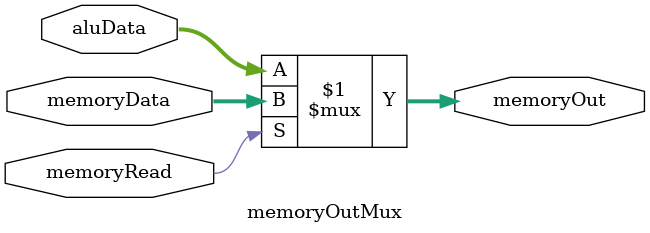
<source format=v>
module IM_IW (
    input clk,
    input [15:0] aluDataIn,
    input [15:0] memoryDataIn,
    input memoryReadIn,
    input wbIn,
    input [2:0] rDstIn,
    input writeFlag,
    input writePcHigh,
    input writePcLow,
    output reg [15:0] aluDataOut,
    output reg [15:0] memoryDataOut,
    output reg memoryReadOut,
    output reg wbOut,
    output reg [2:0] rDstOut,
    output reg writeFlagOut,
    output reg writePcHighOut,
    output reg writePcLowOut,
    input Ininst,
    input outinst,
    output reg outIninst,
    output reg outoutinst
);

    always @(posedge clk ) begin
        aluDataOut = aluDataIn;
        memoryDataOut = memoryDataIn;
        memoryReadOut = memoryReadIn;
        wbOut = wbIn;
        rDstOut = rDstIn;
        writeFlagOut = writeFlag;
        writePcHighOut = writePcHigh;
        writePcLowOut = writePcLow;
        outIninst = Ininst;
        outoutinst = outinst;
    end
    
endmodule

module memoryOutMux (
    input memoryRead,
    input [15:0] aluData,
    input [15:0] memoryData,
    output [15:0] memoryOut
);

    assign memoryOut = memoryRead ? memoryData : aluData;
    
endmodule


</source>
